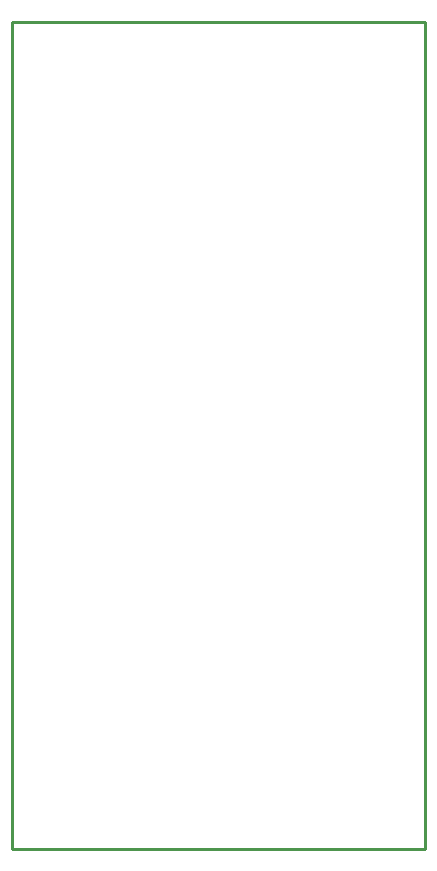
<source format=gko>
%FSLAX43Y43*%
%MOMM*%
G71*
G01*
G75*
%ADD10C,0.100*%
%ADD11R,1.800X1.600*%
%ADD12R,1.600X1.800*%
%ADD13O,1.000X2.000*%
%ADD14R,0.600X1.700*%
%ADD15R,0.600X2.150*%
%ADD16R,0.600X2.150*%
%ADD17R,1.450X0.550*%
%ADD18R,1.000X2.000*%
%ADD19R,1.450X0.550*%
%ADD20C,0.500*%
%ADD21C,1.000*%
%ADD22C,1.500*%
%ADD23R,1.500X1.500*%
%ADD24C,1.400*%
%ADD25C,2.000*%
%ADD26C,5.000*%
%ADD27R,1.400X1.400*%
%ADD28C,2.500*%
%ADD29R,2.500X2.500*%
%ADD30C,1.200*%
%ADD31C,0.300*%
%ADD32R,2.003X1.803*%
%ADD33R,1.803X2.003*%
%ADD34O,1.203X2.203*%
%ADD35R,0.803X1.903*%
%ADD36R,0.803X2.353*%
%ADD37R,0.803X2.353*%
%ADD38R,1.653X0.753*%
%ADD39R,1.203X2.203*%
%ADD40R,1.653X0.753*%
%ADD41C,1.703*%
%ADD42R,1.703X1.703*%
%ADD43C,1.603*%
%ADD44C,2.203*%
%ADD45C,5.203*%
%ADD46R,1.603X1.603*%
%ADD47C,2.703*%
%ADD48R,2.703X2.703*%
%ADD49C,1.403*%
%ADD50C,0.250*%
D50*
X0Y0D02*
Y70000D01*
Y0D02*
X35000D01*
Y70000D01*
X0D02*
X35000D01*
M02*

</source>
